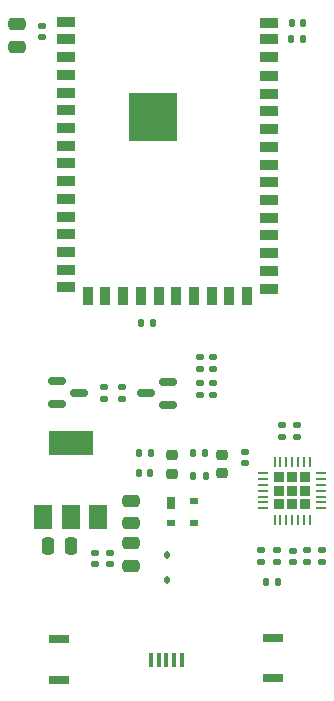
<source format=gbr>
%TF.GenerationSoftware,KiCad,Pcbnew,7.0.2*%
%TF.CreationDate,2023-06-11T17:42:06-04:00*%
%TF.ProjectId,SoftProject,536f6674-5072-46f6-9a65-63742e6b6963,rev?*%
%TF.SameCoordinates,Original*%
%TF.FileFunction,Paste,Top*%
%TF.FilePolarity,Positive*%
%FSLAX46Y46*%
G04 Gerber Fmt 4.6, Leading zero omitted, Abs format (unit mm)*
G04 Created by KiCad (PCBNEW 7.0.2) date 2023-06-11 17:42:06*
%MOMM*%
%LPD*%
G01*
G04 APERTURE LIST*
G04 Aperture macros list*
%AMRoundRect*
0 Rectangle with rounded corners*
0 $1 Rounding radius*
0 $2 $3 $4 $5 $6 $7 $8 $9 X,Y pos of 4 corners*
0 Add a 4 corners polygon primitive as box body*
4,1,4,$2,$3,$4,$5,$6,$7,$8,$9,$2,$3,0*
0 Add four circle primitives for the rounded corners*
1,1,$1+$1,$2,$3*
1,1,$1+$1,$4,$5*
1,1,$1+$1,$6,$7*
1,1,$1+$1,$8,$9*
0 Add four rect primitives between the rounded corners*
20,1,$1+$1,$2,$3,$4,$5,0*
20,1,$1+$1,$4,$5,$6,$7,0*
20,1,$1+$1,$6,$7,$8,$9,0*
20,1,$1+$1,$8,$9,$2,$3,0*%
G04 Aperture macros list end*
%ADD10R,1.700000X0.800000*%
%ADD11RoundRect,0.112500X-0.112500X0.187500X-0.112500X-0.187500X0.112500X-0.187500X0.112500X0.187500X0*%
%ADD12R,1.500000X2.000000*%
%ADD13R,3.800000X2.000000*%
%ADD14RoundRect,0.140000X0.170000X-0.140000X0.170000X0.140000X-0.170000X0.140000X-0.170000X-0.140000X0*%
%ADD15RoundRect,0.135000X0.185000X-0.135000X0.185000X0.135000X-0.185000X0.135000X-0.185000X-0.135000X0*%
%ADD16RoundRect,0.250000X0.250000X0.475000X-0.250000X0.475000X-0.250000X-0.475000X0.250000X-0.475000X0*%
%ADD17RoundRect,0.225000X-0.225000X-0.225000X0.225000X-0.225000X0.225000X0.225000X-0.225000X0.225000X0*%
%ADD18RoundRect,0.062500X-0.337500X-0.062500X0.337500X-0.062500X0.337500X0.062500X-0.337500X0.062500X0*%
%ADD19RoundRect,0.062500X-0.062500X-0.337500X0.062500X-0.337500X0.062500X0.337500X-0.062500X0.337500X0*%
%ADD20RoundRect,0.250000X-0.475000X0.250000X-0.475000X-0.250000X0.475000X-0.250000X0.475000X0.250000X0*%
%ADD21RoundRect,0.218750X0.256250X-0.218750X0.256250X0.218750X-0.256250X0.218750X-0.256250X-0.218750X0*%
%ADD22R,0.450000X1.300000*%
%ADD23RoundRect,0.135000X-0.135000X-0.185000X0.135000X-0.185000X0.135000X0.185000X-0.135000X0.185000X0*%
%ADD24RoundRect,0.135000X-0.185000X0.135000X-0.185000X-0.135000X0.185000X-0.135000X0.185000X0.135000X0*%
%ADD25R,0.700000X1.000000*%
%ADD26R,0.700000X0.600000*%
%ADD27RoundRect,0.150000X-0.587500X-0.150000X0.587500X-0.150000X0.587500X0.150000X-0.587500X0.150000X0*%
%ADD28RoundRect,0.140000X-0.140000X-0.170000X0.140000X-0.170000X0.140000X0.170000X-0.140000X0.170000X0*%
%ADD29RoundRect,0.135000X0.135000X0.185000X-0.135000X0.185000X-0.135000X-0.185000X0.135000X-0.185000X0*%
%ADD30R,1.500000X0.900000*%
%ADD31R,0.900000X1.500000*%
%ADD32R,4.100000X4.100000*%
%ADD33RoundRect,0.250000X0.475000X-0.250000X0.475000X0.250000X-0.475000X0.250000X-0.475000X-0.250000X0*%
%ADD34RoundRect,0.150000X0.587500X0.150000X-0.587500X0.150000X-0.587500X-0.150000X0.587500X-0.150000X0*%
%ADD35RoundRect,0.225000X0.250000X-0.225000X0.250000X0.225000X-0.250000X0.225000X-0.250000X-0.225000X0*%
%ADD36RoundRect,0.140000X-0.170000X0.140000X-0.170000X-0.140000X0.170000X-0.140000X0.170000X0.140000X0*%
%ADD37RoundRect,0.140000X0.140000X0.170000X-0.140000X0.170000X-0.140000X-0.170000X0.140000X-0.170000X0*%
G04 APERTURE END LIST*
D10*
%TO.C,SW2*%
X103632000Y-113890000D03*
X103632000Y-110490000D03*
%TD*%
%TO.C,SW1*%
X85471000Y-114017000D03*
X85471000Y-110617000D03*
%TD*%
D11*
%TO.C,D3*%
X94615000Y-103505000D03*
X94615000Y-105605000D03*
%TD*%
D12*
%TO.C,U2*%
X84187000Y-100280000D03*
X86487000Y-100280000D03*
D13*
X86487000Y-93980000D03*
D12*
X88787000Y-100280000D03*
%TD*%
D14*
%TO.C,C11*%
X98552000Y-87701000D03*
X98552000Y-86741000D03*
%TD*%
D15*
%TO.C,R6*%
X97409000Y-89920000D03*
X97409000Y-88900000D03*
%TD*%
D14*
%TO.C,C1*%
X84074000Y-59634000D03*
X84074000Y-58674000D03*
%TD*%
D16*
%TO.C,C6*%
X86487000Y-102743000D03*
X84587000Y-102743000D03*
%TD*%
D17*
%TO.C,U3*%
X104140000Y-96901000D03*
X104140000Y-98021000D03*
X104140000Y-99141000D03*
X105260000Y-96901000D03*
X105260000Y-98021000D03*
X105260000Y-99141000D03*
X106380000Y-96901000D03*
X106380000Y-98021000D03*
X106380000Y-99141000D03*
D18*
X102810000Y-96521000D03*
X102810000Y-97021000D03*
X102810000Y-97521000D03*
X102810000Y-98021000D03*
X102810000Y-98521000D03*
X102810000Y-99021000D03*
X102810000Y-99521000D03*
D19*
X103760000Y-100471000D03*
X104260000Y-100471000D03*
X104760000Y-100471000D03*
X105260000Y-100471000D03*
X105760000Y-100471000D03*
X106260000Y-100471000D03*
X106760000Y-100471000D03*
D18*
X107710000Y-99521000D03*
X107710000Y-99021000D03*
X107710000Y-98521000D03*
X107710000Y-98021000D03*
X107710000Y-97521000D03*
X107710000Y-97021000D03*
X107710000Y-96521000D03*
D19*
X106760000Y-95571000D03*
X106260000Y-95571000D03*
X105760000Y-95571000D03*
X105260000Y-95571000D03*
X104760000Y-95571000D03*
X104260000Y-95571000D03*
X103760000Y-95571000D03*
%TD*%
D20*
%TO.C,C10*%
X91567000Y-102489000D03*
X91567000Y-104389000D03*
%TD*%
D21*
%TO.C,D1*%
X95077000Y-96571000D03*
X95077000Y-94996000D03*
%TD*%
D22*
%TO.C,J1*%
X93310000Y-112381600D03*
X93960000Y-112381600D03*
X94610000Y-112381600D03*
X95260000Y-112381600D03*
X95910000Y-112381600D03*
%TD*%
D23*
%TO.C,R3*%
X92279000Y-94869000D03*
X93299000Y-94869000D03*
%TD*%
D24*
%TO.C,R15*%
X105664000Y-92456000D03*
X105664000Y-93476000D03*
%TD*%
D25*
%TO.C,D2*%
X94982000Y-99056000D03*
D26*
X94982000Y-100756000D03*
X96982000Y-100756000D03*
X96982000Y-98856000D03*
%TD*%
D14*
%TO.C,C4*%
X89789000Y-104267000D03*
X89789000Y-103307000D03*
%TD*%
D27*
%TO.C,Q1*%
X85344000Y-88773000D03*
X85344000Y-90673000D03*
X87219000Y-89723000D03*
%TD*%
D15*
%TO.C,R9*%
X102616000Y-104093000D03*
X102616000Y-103073000D03*
%TD*%
D28*
%TO.C,C7*%
X92283000Y-96520000D03*
X93243000Y-96520000D03*
%TD*%
D29*
%TO.C,R1*%
X106172000Y-59817000D03*
X105152000Y-59817000D03*
%TD*%
D24*
%TO.C,R14*%
X104394000Y-92456000D03*
X104394000Y-93476000D03*
%TD*%
D15*
%TO.C,R8*%
X106507000Y-104095000D03*
X106507000Y-103075000D03*
%TD*%
D23*
%TO.C,R17*%
X96897000Y-96774000D03*
X97917000Y-96774000D03*
%TD*%
D24*
%TO.C,R10*%
X103967000Y-103073000D03*
X103967000Y-104093000D03*
%TD*%
D30*
%TO.C,U1*%
X86067000Y-58317000D03*
X86067000Y-59817000D03*
X86067000Y-61317000D03*
X86067000Y-62817000D03*
X86067000Y-64317000D03*
X86067000Y-65817000D03*
X86067000Y-67317000D03*
X86067000Y-68817000D03*
X86067000Y-70317000D03*
X86067000Y-71817000D03*
X86067000Y-73317000D03*
X86067000Y-74817000D03*
X86067000Y-76317000D03*
X86067000Y-77817000D03*
X86067000Y-79317000D03*
X86067000Y-80817000D03*
D31*
X87942000Y-81567000D03*
X89442000Y-81567000D03*
X90942000Y-81567000D03*
X92442000Y-81567000D03*
X93942000Y-81567000D03*
X95442000Y-81567000D03*
X96942000Y-81567000D03*
X98442000Y-81567000D03*
X99942000Y-81567000D03*
X101442000Y-81567000D03*
D30*
X103317000Y-80917000D03*
X103317000Y-79417000D03*
X103317000Y-77917000D03*
X103317000Y-76417000D03*
X103317000Y-74917000D03*
X103317000Y-73417000D03*
X103317000Y-71917000D03*
X103317000Y-70417000D03*
X103317000Y-68917000D03*
X103317000Y-67417000D03*
X103317000Y-65917000D03*
X103317000Y-64417000D03*
X103317000Y-62917000D03*
X103317000Y-61317000D03*
X103317000Y-59817000D03*
X103317000Y-58417000D03*
D32*
X93502000Y-66357000D03*
%TD*%
D28*
%TO.C,C9*%
X103053000Y-105742000D03*
X104013000Y-105742000D03*
%TD*%
D33*
%TO.C,C5*%
X91567000Y-100761800D03*
X91567000Y-98861800D03*
%TD*%
D34*
%TO.C,Q2*%
X94712000Y-90739000D03*
X94712000Y-88839000D03*
X92837000Y-89789000D03*
%TD*%
D35*
%TO.C,C13*%
X99314000Y-96546000D03*
X99314000Y-94996000D03*
%TD*%
D24*
%TO.C,R13*%
X107777000Y-103075000D03*
X107777000Y-104095000D03*
%TD*%
D15*
%TO.C,R12*%
X90805000Y-90297000D03*
X90805000Y-89277000D03*
%TD*%
%TO.C,R11*%
X89281000Y-90295000D03*
X89281000Y-89275000D03*
%TD*%
D14*
%TO.C,C12*%
X97409000Y-87680200D03*
X97409000Y-86720200D03*
%TD*%
D33*
%TO.C,C2*%
X81915000Y-60447000D03*
X81915000Y-58547000D03*
%TD*%
D23*
%TO.C,R16*%
X96895000Y-94869000D03*
X97915000Y-94869000D03*
%TD*%
D36*
%TO.C,C15*%
X105283000Y-103124000D03*
X105283000Y-104084000D03*
%TD*%
D15*
%TO.C,R5*%
X98552000Y-89920000D03*
X98552000Y-88900000D03*
%TD*%
D14*
%TO.C,C14*%
X101219000Y-95702000D03*
X101219000Y-94742000D03*
%TD*%
D23*
%TO.C,R2*%
X92452000Y-83820000D03*
X93472000Y-83820000D03*
%TD*%
D36*
%TO.C,C8*%
X88519000Y-103307000D03*
X88519000Y-104267000D03*
%TD*%
D37*
%TO.C,C3*%
X106172000Y-58420000D03*
X105212000Y-58420000D03*
%TD*%
M02*

</source>
